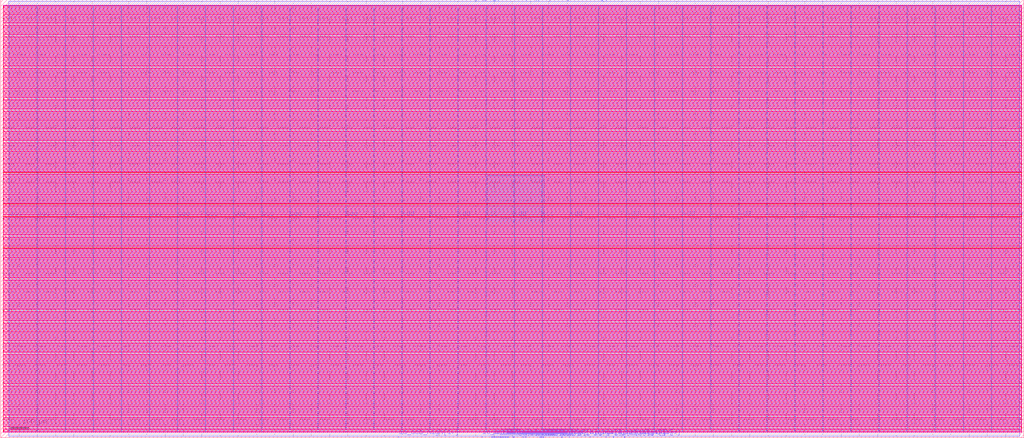
<source format=lef>
VERSION 5.7 ;
  NOWIREEXTENSIONATPIN ON ;
  DIVIDERCHAR "/" ;
  BUSBITCHARS "[]" ;
MACRO PWMaudio
  CLASS BLOCK ;
  FOREIGN PWMaudio ;
  ORIGIN 0.000 0.000 ;
  SIZE 2800.000 BY 1200.000 ;
  PIN clk
    DIRECTION INPUT ;
    USE SIGNAL ;
    ANTENNAGATEAREA 4.738000 ;
    ANTENNADIFFAREA 0.410400 ;
    PORT
      LAYER Metal2 ;
        RECT 1387.680 0.000 1388.240 4.000 ;
    END
  END clk
  PIN io_adsr_choice[0]
    DIRECTION INPUT ;
    USE SIGNAL ;
    ANTENNAGATEAREA 1.102000 ;
    ANTENNADIFFAREA 0.410400 ;
    PORT
      LAYER Metal2 ;
        RECT 1323.840 1196.000 1324.400 1200.000 ;
    END
  END io_adsr_choice[0]
  PIN io_adsr_choice[1]
    DIRECTION INPUT ;
    USE SIGNAL ;
    ANTENNAGATEAREA 1.183000 ;
    ANTENNADIFFAREA 0.410400 ;
    PORT
      LAYER Metal2 ;
        RECT 1327.200 1196.000 1327.760 1200.000 ;
    END
  END io_adsr_choice[1]
  PIN io_adsr_choice[2]
    DIRECTION INPUT ;
    USE SIGNAL ;
    ANTENNAGATEAREA 1.183000 ;
    ANTENNADIFFAREA 0.410400 ;
    PORT
      LAYER Metal2 ;
        RECT 1320.480 1196.000 1321.040 1200.000 ;
    END
  END io_adsr_choice[2]
  PIN io_adsr_switch
    DIRECTION INPUT ;
    USE SIGNAL ;
    ANTENNAGATEAREA 1.102000 ;
    ANTENNADIFFAREA 0.410400 ;
    PORT
      LAYER Metal2 ;
        RECT 1428.000 0.000 1428.560 4.000 ;
    END
  END io_adsr_switch
  PIN io_frequency[0]
    DIRECTION INPUT ;
    USE SIGNAL ;
    ANTENNAGATEAREA 1.102000 ;
    ANTENNADIFFAREA 0.410400 ;
    PORT
      LAYER Metal2 ;
        RECT 1377.600 0.000 1378.160 4.000 ;
    END
  END io_frequency[0]
  PIN io_frequency[10]
    DIRECTION INPUT ;
    USE SIGNAL ;
    ANTENNAGATEAREA 1.102000 ;
    ANTENNADIFFAREA 0.410400 ;
    PORT
      LAYER Metal2 ;
        RECT 1367.520 0.000 1368.080 4.000 ;
    END
  END io_frequency[10]
  PIN io_frequency[11]
    DIRECTION INPUT ;
    USE SIGNAL ;
    ANTENNAGATEAREA 1.102000 ;
    ANTENNADIFFAREA 0.410400 ;
    PORT
      LAYER Metal2 ;
        RECT 1374.240 0.000 1374.800 4.000 ;
    END
  END io_frequency[11]
  PIN io_frequency[1]
    DIRECTION INPUT ;
    USE SIGNAL ;
    ANTENNAGATEAREA 1.102000 ;
    ANTENNADIFFAREA 0.410400 ;
    PORT
      LAYER Metal2 ;
        RECT 1370.880 0.000 1371.440 4.000 ;
    END
  END io_frequency[1]
  PIN io_frequency[2]
    DIRECTION INPUT ;
    USE SIGNAL ;
    ANTENNAGATEAREA 1.102000 ;
    ANTENNADIFFAREA 0.410400 ;
    PORT
      LAYER Metal2 ;
        RECT 1380.960 0.000 1381.520 4.000 ;
    END
  END io_frequency[2]
  PIN io_frequency[3]
    DIRECTION INPUT ;
    USE SIGNAL ;
    ANTENNAGATEAREA 1.183000 ;
    ANTENNADIFFAREA 0.410400 ;
    PORT
      LAYER Metal2 ;
        RECT 1364.160 0.000 1364.720 4.000 ;
    END
  END io_frequency[3]
  PIN io_frequency[4]
    DIRECTION INPUT ;
    USE SIGNAL ;
    ANTENNAGATEAREA 1.102000 ;
    ANTENNADIFFAREA 0.410400 ;
    PORT
      LAYER Metal2 ;
        RECT 1360.800 0.000 1361.360 4.000 ;
    END
  END io_frequency[4]
  PIN io_frequency[5]
    DIRECTION INPUT ;
    USE SIGNAL ;
    ANTENNAGATEAREA 1.102000 ;
    ANTENNADIFFAREA 0.410400 ;
    PORT
      LAYER Metal2 ;
        RECT 1350.720 0.000 1351.280 4.000 ;
    END
  END io_frequency[5]
  PIN io_frequency[6]
    DIRECTION INPUT ;
    USE SIGNAL ;
    ANTENNAGATEAREA 1.183000 ;
    ANTENNADIFFAREA 0.410400 ;
    PORT
      LAYER Metal2 ;
        RECT 1357.440 0.000 1358.000 4.000 ;
    END
  END io_frequency[6]
  PIN io_frequency[7]
    DIRECTION INPUT ;
    USE SIGNAL ;
    ANTENNAGATEAREA 1.102000 ;
    ANTENNADIFFAREA 0.410400 ;
    PORT
      LAYER Metal2 ;
        RECT 1344.000 0.000 1344.560 4.000 ;
    END
  END io_frequency[7]
  PIN io_frequency[8]
    DIRECTION INPUT ;
    USE SIGNAL ;
    ANTENNAGATEAREA 1.102000 ;
    ANTENNADIFFAREA 0.410400 ;
    PORT
      LAYER Metal2 ;
        RECT 1347.360 0.000 1347.920 4.000 ;
    END
  END io_frequency[8]
  PIN io_frequency[9]
    DIRECTION INPUT ;
    USE SIGNAL ;
    ANTENNAGATEAREA 1.102000 ;
    ANTENNADIFFAREA 0.410400 ;
    PORT
      LAYER Metal2 ;
        RECT 1354.080 0.000 1354.640 4.000 ;
    END
  END io_frequency[9]
  PIN io_loop
    DIRECTION INPUT ;
    USE SIGNAL ;
    ANTENNAGATEAREA 1.102000 ;
    ANTENNADIFFAREA 0.410400 ;
    PORT
      LAYER Metal2 ;
        RECT 1481.760 0.000 1482.320 4.000 ;
    END
  END io_loop
  PIN io_note_length[0]
    DIRECTION INPUT ;
    USE SIGNAL ;
    ANTENNAGATEAREA 1.183000 ;
    ANTENNADIFFAREA 0.410400 ;
    PORT
      LAYER Metal2 ;
        RECT 1300.320 1196.000 1300.880 1200.000 ;
    END
  END io_note_length[0]
  PIN io_note_length[1]
    DIRECTION INPUT ;
    USE SIGNAL ;
    ANTENNAGATEAREA 1.102000 ;
    ANTENNADIFFAREA 0.410400 ;
    PORT
      LAYER Metal2 ;
        RECT 1347.360 1196.000 1347.920 1200.000 ;
    END
  END io_note_length[1]
  PIN io_note_length[2]
    DIRECTION INPUT ;
    USE SIGNAL ;
    ANTENNAGATEAREA 1.102000 ;
    ANTENNADIFFAREA 0.410400 ;
    PORT
      LAYER Metal2 ;
        RECT 1360.800 1196.000 1361.360 1200.000 ;
    END
  END io_note_length[2]
  PIN io_oeb_high[0]
    DIRECTION OUTPUT TRISTATE ;
    USE SIGNAL ;
    ANTENNADIFFAREA 0.536800 ;
    PORT
      LAYER Metal2 ;
        RECT 1706.880 0.000 1707.440 4.000 ;
    END
  END io_oeb_high[0]
  PIN io_oeb_high[10]
    DIRECTION OUTPUT TRISTATE ;
    USE SIGNAL ;
    ANTENNADIFFAREA 0.536800 ;
    PORT
      LAYER Metal2 ;
        RECT 1438.080 0.000 1438.640 4.000 ;
    END
  END io_oeb_high[10]
  PIN io_oeb_high[11]
    DIRECTION OUTPUT TRISTATE ;
    USE SIGNAL ;
    ANTENNADIFFAREA 0.536800 ;
    PORT
      LAYER Metal2 ;
        RECT 1612.800 0.000 1613.360 4.000 ;
    END
  END io_oeb_high[11]
  PIN io_oeb_high[12]
    DIRECTION OUTPUT TRISTATE ;
    USE SIGNAL ;
    ANTENNADIFFAREA 0.536800 ;
    PORT
      LAYER Metal2 ;
        RECT 1535.520 0.000 1536.080 4.000 ;
    END
  END io_oeb_high[12]
  PIN io_oeb_high[13]
    DIRECTION OUTPUT TRISTATE ;
    USE SIGNAL ;
    ANTENNADIFFAREA 0.536800 ;
    PORT
      LAYER Metal2 ;
        RECT 1552.320 1196.000 1552.880 1200.000 ;
    END
  END io_oeb_high[13]
  PIN io_oeb_high[14]
    DIRECTION OUTPUT TRISTATE ;
    USE SIGNAL ;
    ANTENNADIFFAREA 0.536800 ;
    PORT
      LAYER Metal2 ;
        RECT 1656.480 0.000 1657.040 4.000 ;
    END
  END io_oeb_high[14]
  PIN io_oeb_high[15]
    DIRECTION OUTPUT TRISTATE ;
    USE SIGNAL ;
    ANTENNADIFFAREA 0.536800 ;
    PORT
      LAYER Metal2 ;
        RECT 1643.040 1196.000 1643.600 1200.000 ;
    END
  END io_oeb_high[15]
  PIN io_oeb_high[16]
    DIRECTION OUTPUT TRISTATE ;
    USE SIGNAL ;
    ANTENNADIFFAREA 0.536800 ;
    PORT
      LAYER Metal2 ;
        RECT 1656.480 1196.000 1657.040 1200.000 ;
    END
  END io_oeb_high[16]
  PIN io_oeb_high[17]
    DIRECTION OUTPUT TRISTATE ;
    USE SIGNAL ;
    ANTENNADIFFAREA 0.536800 ;
    PORT
      LAYER Metal2 ;
        RECT 1088.640 0.000 1089.200 4.000 ;
    END
  END io_oeb_high[17]
  PIN io_oeb_high[18]
    DIRECTION OUTPUT TRISTATE ;
    USE SIGNAL ;
    ANTENNADIFFAREA 0.536800 ;
    PORT
      LAYER Metal2 ;
        RECT 1676.640 0.000 1677.200 4.000 ;
    END
  END io_oeb_high[18]
  PIN io_oeb_high[19]
    DIRECTION OUTPUT TRISTATE ;
    USE SIGNAL ;
    ANTENNADIFFAREA 0.536800 ;
    PORT
      LAYER Metal2 ;
        RECT 1464.960 1196.000 1465.520 1200.000 ;
    END
  END io_oeb_high[19]
  PIN io_oeb_high[1]
    DIRECTION OUTPUT TRISTATE ;
    USE SIGNAL ;
    ANTENNADIFFAREA 0.536800 ;
    PORT
      LAYER Metal2 ;
        RECT 1646.400 1196.000 1646.960 1200.000 ;
    END
  END io_oeb_high[1]
  PIN io_oeb_high[20]
    DIRECTION OUTPUT TRISTATE ;
    USE SIGNAL ;
    ANTENNADIFFAREA 0.536800 ;
    PORT
      LAYER Metal2 ;
        RECT 1438.080 1196.000 1438.640 1200.000 ;
    END
  END io_oeb_high[20]
  PIN io_oeb_high[2]
    DIRECTION OUTPUT TRISTATE ;
    USE SIGNAL ;
    ANTENNADIFFAREA 0.536800 ;
    PORT
      LAYER Metal2 ;
        RECT 1478.400 0.000 1478.960 4.000 ;
    END
  END io_oeb_high[2]
  PIN io_oeb_high[3]
    DIRECTION OUTPUT TRISTATE ;
    USE SIGNAL ;
    ANTENNADIFFAREA 0.536800 ;
    PORT
      LAYER Metal2 ;
        RECT 1404.480 0.000 1405.040 4.000 ;
    END
  END io_oeb_high[3]
  PIN io_oeb_high[4]
    DIRECTION OUTPUT TRISTATE ;
    USE SIGNAL ;
    ANTENNADIFFAREA 0.536800 ;
    PORT
      LAYER Metal2 ;
        RECT 1471.680 1196.000 1472.240 1200.000 ;
    END
  END io_oeb_high[4]
  PIN io_oeb_high[5]
    DIRECTION OUTPUT TRISTATE ;
    USE SIGNAL ;
    ANTENNADIFFAREA 0.536800 ;
    PORT
      LAYER Metal2 ;
        RECT 1317.120 0.000 1317.680 4.000 ;
    END
  END io_oeb_high[5]
  PIN io_oeb_high[6]
    DIRECTION OUTPUT TRISTATE ;
    USE SIGNAL ;
    ANTENNADIFFAREA 0.536800 ;
    PORT
      LAYER Metal2 ;
        RECT 1384.320 0.000 1384.880 4.000 ;
    END
  END io_oeb_high[6]
  PIN io_oeb_high[7]
    DIRECTION OUTPUT TRISTATE ;
    USE SIGNAL ;
    ANTENNADIFFAREA 0.536800 ;
    PORT
      LAYER Metal2 ;
        RECT 1501.920 1196.000 1502.480 1200.000 ;
    END
  END io_oeb_high[7]
  PIN io_oeb_high[8]
    DIRECTION OUTPUT TRISTATE ;
    USE SIGNAL ;
    ANTENNADIFFAREA 0.536800 ;
    PORT
      LAYER Metal2 ;
        RECT 1431.360 0.000 1431.920 4.000 ;
    END
  END io_oeb_high[8]
  PIN io_oeb_high[9]
    DIRECTION OUTPUT TRISTATE ;
    USE SIGNAL ;
    ANTENNADIFFAREA 0.536800 ;
    PORT
      LAYER Metal2 ;
        RECT 1555.680 0.000 1556.240 4.000 ;
    END
  END io_oeb_high[9]
  PIN io_oeb_low[0]
    DIRECTION OUTPUT TRISTATE ;
    USE SIGNAL ;
    ANTENNADIFFAREA 0.360800 ;
    PORT
      LAYER Metal2 ;
        RECT 1354.080 1196.000 1354.640 1200.000 ;
    END
  END io_oeb_low[0]
  PIN io_oeb_low[1]
    DIRECTION OUTPUT TRISTATE ;
    USE SIGNAL ;
    ANTENNADIFFAREA 0.360800 ;
    PORT
      LAYER Metal2 ;
        RECT 1350.720 1196.000 1351.280 1200.000 ;
    END
  END io_oeb_low[1]
  PIN io_pwm_1
    DIRECTION OUTPUT TRISTATE ;
    USE SIGNAL ;
    ANTENNADIFFAREA 2.080400 ;
    PORT
      LAYER Metal2 ;
        RECT 1434.720 0.000 1435.280 4.000 ;
    END
  END io_pwm_1
  PIN io_pwm_2
    DIRECTION OUTPUT TRISTATE ;
    USE SIGNAL ;
    ANTENNADIFFAREA 2.080400 ;
    PORT
      LAYER Metal2 ;
        RECT 1475.040 0.000 1475.600 4.000 ;
    END
  END io_pwm_2
  PIN io_trigger
    DIRECTION INPUT ;
    USE SIGNAL ;
    ANTENNAGATEAREA 1.102000 ;
    ANTENNADIFFAREA 0.410400 ;
    PORT
      LAYER Metal2 ;
        RECT 1485.120 0.000 1485.680 4.000 ;
    END
  END io_trigger
  PIN reset
    DIRECTION INPUT ;
    USE SIGNAL ;
    ANTENNAGATEAREA 1.102000 ;
    ANTENNADIFFAREA 0.410400 ;
    PORT
      LAYER Metal2 ;
        RECT 1401.120 0.000 1401.680 4.000 ;
    END
  END reset
  PIN vdd
    DIRECTION INOUT ;
    USE POWER ;
    PORT
      LAYER Metal4 ;
        RECT 22.240 15.380 23.840 1184.140 ;
    END
    PORT
      LAYER Metal4 ;
        RECT 175.840 15.380 177.440 1184.140 ;
    END
    PORT
      LAYER Metal4 ;
        RECT 329.440 15.380 331.040 1184.140 ;
    END
    PORT
      LAYER Metal4 ;
        RECT 483.040 15.380 484.640 1184.140 ;
    END
    PORT
      LAYER Metal4 ;
        RECT 636.640 15.380 638.240 1184.140 ;
    END
    PORT
      LAYER Metal4 ;
        RECT 790.240 15.380 791.840 1184.140 ;
    END
    PORT
      LAYER Metal4 ;
        RECT 943.840 15.380 945.440 1184.140 ;
    END
    PORT
      LAYER Metal4 ;
        RECT 1097.440 15.380 1099.040 1184.140 ;
    END
    PORT
      LAYER Metal4 ;
        RECT 1251.040 15.380 1252.640 1184.140 ;
    END
    PORT
      LAYER Metal4 ;
        RECT 1404.640 15.380 1406.240 1184.140 ;
    END
    PORT
      LAYER Metal4 ;
        RECT 1558.240 15.380 1559.840 1184.140 ;
    END
    PORT
      LAYER Metal4 ;
        RECT 1711.840 15.380 1713.440 1184.140 ;
    END
    PORT
      LAYER Metal4 ;
        RECT 1865.440 15.380 1867.040 1184.140 ;
    END
    PORT
      LAYER Metal4 ;
        RECT 2019.040 15.380 2020.640 1184.140 ;
    END
    PORT
      LAYER Metal4 ;
        RECT 2172.640 15.380 2174.240 1184.140 ;
    END
    PORT
      LAYER Metal4 ;
        RECT 2326.240 15.380 2327.840 1184.140 ;
    END
    PORT
      LAYER Metal4 ;
        RECT 2479.840 15.380 2481.440 1184.140 ;
    END
    PORT
      LAYER Metal4 ;
        RECT 2633.440 15.380 2635.040 1184.140 ;
    END
    PORT
      LAYER Metal4 ;
        RECT 2787.040 15.380 2788.640 1184.140 ;
    END
  END vdd
  PIN vss
    DIRECTION INOUT ;
    USE GROUND ;
    PORT
      LAYER Metal4 ;
        RECT 99.040 15.380 100.640 1184.140 ;
    END
    PORT
      LAYER Metal4 ;
        RECT 252.640 15.380 254.240 1184.140 ;
    END
    PORT
      LAYER Metal4 ;
        RECT 406.240 15.380 407.840 1184.140 ;
    END
    PORT
      LAYER Metal4 ;
        RECT 559.840 15.380 561.440 1184.140 ;
    END
    PORT
      LAYER Metal4 ;
        RECT 713.440 15.380 715.040 1184.140 ;
    END
    PORT
      LAYER Metal4 ;
        RECT 867.040 15.380 868.640 1184.140 ;
    END
    PORT
      LAYER Metal4 ;
        RECT 1020.640 15.380 1022.240 1184.140 ;
    END
    PORT
      LAYER Metal4 ;
        RECT 1174.240 15.380 1175.840 1184.140 ;
    END
    PORT
      LAYER Metal4 ;
        RECT 1327.840 15.380 1329.440 1184.140 ;
    END
    PORT
      LAYER Metal4 ;
        RECT 1481.440 15.380 1483.040 1184.140 ;
    END
    PORT
      LAYER Metal4 ;
        RECT 1635.040 15.380 1636.640 1184.140 ;
    END
    PORT
      LAYER Metal4 ;
        RECT 1788.640 15.380 1790.240 1184.140 ;
    END
    PORT
      LAYER Metal4 ;
        RECT 1942.240 15.380 1943.840 1184.140 ;
    END
    PORT
      LAYER Metal4 ;
        RECT 2095.840 15.380 2097.440 1184.140 ;
    END
    PORT
      LAYER Metal4 ;
        RECT 2249.440 15.380 2251.040 1184.140 ;
    END
    PORT
      LAYER Metal4 ;
        RECT 2403.040 15.380 2404.640 1184.140 ;
    END
    PORT
      LAYER Metal4 ;
        RECT 2556.640 15.380 2558.240 1184.140 ;
    END
    PORT
      LAYER Metal4 ;
        RECT 2710.240 15.380 2711.840 1184.140 ;
    END
  END vss
  OBS
      LAYER Pwell ;
        RECT 6.290 1182.080 2793.710 1184.270 ;
      LAYER Nwell ;
        RECT 6.290 1177.760 2793.710 1182.080 ;
      LAYER Pwell ;
        RECT 6.290 1174.240 2793.710 1177.760 ;
      LAYER Nwell ;
        RECT 6.290 1169.920 2793.710 1174.240 ;
      LAYER Pwell ;
        RECT 6.290 1166.400 2793.710 1169.920 ;
      LAYER Nwell ;
        RECT 6.290 1162.080 2793.710 1166.400 ;
      LAYER Pwell ;
        RECT 6.290 1158.560 2793.710 1162.080 ;
      LAYER Nwell ;
        RECT 6.290 1154.240 2793.710 1158.560 ;
      LAYER Pwell ;
        RECT 6.290 1150.720 2793.710 1154.240 ;
      LAYER Nwell ;
        RECT 6.290 1146.400 2793.710 1150.720 ;
      LAYER Pwell ;
        RECT 6.290 1142.880 2793.710 1146.400 ;
      LAYER Nwell ;
        RECT 6.290 1138.560 2793.710 1142.880 ;
      LAYER Pwell ;
        RECT 6.290 1135.040 2793.710 1138.560 ;
      LAYER Nwell ;
        RECT 6.290 1130.720 2793.710 1135.040 ;
      LAYER Pwell ;
        RECT 6.290 1127.200 2793.710 1130.720 ;
      LAYER Nwell ;
        RECT 6.290 1122.880 2793.710 1127.200 ;
      LAYER Pwell ;
        RECT 6.290 1119.360 2793.710 1122.880 ;
      LAYER Nwell ;
        RECT 6.290 1115.040 2793.710 1119.360 ;
      LAYER Pwell ;
        RECT 6.290 1111.520 2793.710 1115.040 ;
      LAYER Nwell ;
        RECT 6.290 1107.200 2793.710 1111.520 ;
      LAYER Pwell ;
        RECT 6.290 1103.680 2793.710 1107.200 ;
      LAYER Nwell ;
        RECT 6.290 1099.360 2793.710 1103.680 ;
      LAYER Pwell ;
        RECT 6.290 1095.840 2793.710 1099.360 ;
      LAYER Nwell ;
        RECT 6.290 1091.520 2793.710 1095.840 ;
      LAYER Pwell ;
        RECT 6.290 1088.000 2793.710 1091.520 ;
      LAYER Nwell ;
        RECT 6.290 1083.680 2793.710 1088.000 ;
      LAYER Pwell ;
        RECT 6.290 1080.160 2793.710 1083.680 ;
      LAYER Nwell ;
        RECT 6.290 1075.840 2793.710 1080.160 ;
      LAYER Pwell ;
        RECT 6.290 1072.320 2793.710 1075.840 ;
      LAYER Nwell ;
        RECT 6.290 1068.000 2793.710 1072.320 ;
      LAYER Pwell ;
        RECT 6.290 1064.480 2793.710 1068.000 ;
      LAYER Nwell ;
        RECT 6.290 1060.160 2793.710 1064.480 ;
      LAYER Pwell ;
        RECT 6.290 1056.640 2793.710 1060.160 ;
      LAYER Nwell ;
        RECT 6.290 1052.320 2793.710 1056.640 ;
      LAYER Pwell ;
        RECT 6.290 1048.800 2793.710 1052.320 ;
      LAYER Nwell ;
        RECT 6.290 1044.480 2793.710 1048.800 ;
      LAYER Pwell ;
        RECT 6.290 1040.960 2793.710 1044.480 ;
      LAYER Nwell ;
        RECT 6.290 1036.640 2793.710 1040.960 ;
      LAYER Pwell ;
        RECT 6.290 1033.120 2793.710 1036.640 ;
      LAYER Nwell ;
        RECT 6.290 1028.800 2793.710 1033.120 ;
      LAYER Pwell ;
        RECT 6.290 1025.280 2793.710 1028.800 ;
      LAYER Nwell ;
        RECT 6.290 1020.960 2793.710 1025.280 ;
      LAYER Pwell ;
        RECT 6.290 1017.440 2793.710 1020.960 ;
      LAYER Nwell ;
        RECT 6.290 1013.120 2793.710 1017.440 ;
      LAYER Pwell ;
        RECT 6.290 1009.600 2793.710 1013.120 ;
      LAYER Nwell ;
        RECT 6.290 1005.280 2793.710 1009.600 ;
      LAYER Pwell ;
        RECT 6.290 1001.760 2793.710 1005.280 ;
      LAYER Nwell ;
        RECT 6.290 997.440 2793.710 1001.760 ;
      LAYER Pwell ;
        RECT 6.290 993.920 2793.710 997.440 ;
      LAYER Nwell ;
        RECT 6.290 989.600 2793.710 993.920 ;
      LAYER Pwell ;
        RECT 6.290 986.080 2793.710 989.600 ;
      LAYER Nwell ;
        RECT 6.290 981.760 2793.710 986.080 ;
      LAYER Pwell ;
        RECT 6.290 978.240 2793.710 981.760 ;
      LAYER Nwell ;
        RECT 6.290 973.920 2793.710 978.240 ;
      LAYER Pwell ;
        RECT 6.290 970.400 2793.710 973.920 ;
      LAYER Nwell ;
        RECT 6.290 966.080 2793.710 970.400 ;
      LAYER Pwell ;
        RECT 6.290 962.560 2793.710 966.080 ;
      LAYER Nwell ;
        RECT 6.290 958.240 2793.710 962.560 ;
      LAYER Pwell ;
        RECT 6.290 954.720 2793.710 958.240 ;
      LAYER Nwell ;
        RECT 6.290 950.400 2793.710 954.720 ;
      LAYER Pwell ;
        RECT 6.290 946.880 2793.710 950.400 ;
      LAYER Nwell ;
        RECT 6.290 942.560 2793.710 946.880 ;
      LAYER Pwell ;
        RECT 6.290 939.040 2793.710 942.560 ;
      LAYER Nwell ;
        RECT 6.290 934.720 2793.710 939.040 ;
      LAYER Pwell ;
        RECT 6.290 931.200 2793.710 934.720 ;
      LAYER Nwell ;
        RECT 6.290 926.880 2793.710 931.200 ;
      LAYER Pwell ;
        RECT 6.290 923.360 2793.710 926.880 ;
      LAYER Nwell ;
        RECT 6.290 919.040 2793.710 923.360 ;
      LAYER Pwell ;
        RECT 6.290 915.520 2793.710 919.040 ;
      LAYER Nwell ;
        RECT 6.290 911.200 2793.710 915.520 ;
      LAYER Pwell ;
        RECT 6.290 907.680 2793.710 911.200 ;
      LAYER Nwell ;
        RECT 6.290 903.360 2793.710 907.680 ;
      LAYER Pwell ;
        RECT 6.290 899.840 2793.710 903.360 ;
      LAYER Nwell ;
        RECT 6.290 895.520 2793.710 899.840 ;
      LAYER Pwell ;
        RECT 6.290 892.000 2793.710 895.520 ;
      LAYER Nwell ;
        RECT 6.290 887.680 2793.710 892.000 ;
      LAYER Pwell ;
        RECT 6.290 884.160 2793.710 887.680 ;
      LAYER Nwell ;
        RECT 6.290 879.840 2793.710 884.160 ;
      LAYER Pwell ;
        RECT 6.290 876.320 2793.710 879.840 ;
      LAYER Nwell ;
        RECT 6.290 872.000 2793.710 876.320 ;
      LAYER Pwell ;
        RECT 6.290 868.480 2793.710 872.000 ;
      LAYER Nwell ;
        RECT 6.290 864.160 2793.710 868.480 ;
      LAYER Pwell ;
        RECT 6.290 860.640 2793.710 864.160 ;
      LAYER Nwell ;
        RECT 6.290 856.320 2793.710 860.640 ;
      LAYER Pwell ;
        RECT 6.290 852.800 2793.710 856.320 ;
      LAYER Nwell ;
        RECT 6.290 848.480 2793.710 852.800 ;
      LAYER Pwell ;
        RECT 6.290 844.960 2793.710 848.480 ;
      LAYER Nwell ;
        RECT 6.290 840.640 2793.710 844.960 ;
      LAYER Pwell ;
        RECT 6.290 837.120 2793.710 840.640 ;
      LAYER Nwell ;
        RECT 6.290 832.800 2793.710 837.120 ;
      LAYER Pwell ;
        RECT 6.290 829.280 2793.710 832.800 ;
      LAYER Nwell ;
        RECT 6.290 824.960 2793.710 829.280 ;
      LAYER Pwell ;
        RECT 6.290 821.440 2793.710 824.960 ;
      LAYER Nwell ;
        RECT 6.290 817.120 2793.710 821.440 ;
      LAYER Pwell ;
        RECT 6.290 813.600 2793.710 817.120 ;
      LAYER Nwell ;
        RECT 6.290 809.280 2793.710 813.600 ;
      LAYER Pwell ;
        RECT 6.290 805.760 2793.710 809.280 ;
      LAYER Nwell ;
        RECT 6.290 801.440 2793.710 805.760 ;
      LAYER Pwell ;
        RECT 6.290 797.920 2793.710 801.440 ;
      LAYER Nwell ;
        RECT 6.290 793.600 2793.710 797.920 ;
      LAYER Pwell ;
        RECT 6.290 790.080 2793.710 793.600 ;
      LAYER Nwell ;
        RECT 6.290 785.760 2793.710 790.080 ;
      LAYER Pwell ;
        RECT 6.290 782.240 2793.710 785.760 ;
      LAYER Nwell ;
        RECT 6.290 777.920 2793.710 782.240 ;
      LAYER Pwell ;
        RECT 6.290 774.400 2793.710 777.920 ;
      LAYER Nwell ;
        RECT 6.290 770.080 2793.710 774.400 ;
      LAYER Pwell ;
        RECT 6.290 766.560 2793.710 770.080 ;
      LAYER Nwell ;
        RECT 6.290 762.240 2793.710 766.560 ;
      LAYER Pwell ;
        RECT 6.290 758.720 2793.710 762.240 ;
      LAYER Nwell ;
        RECT 6.290 754.400 2793.710 758.720 ;
      LAYER Pwell ;
        RECT 6.290 750.880 2793.710 754.400 ;
      LAYER Nwell ;
        RECT 6.290 746.560 2793.710 750.880 ;
      LAYER Pwell ;
        RECT 6.290 743.040 2793.710 746.560 ;
      LAYER Nwell ;
        RECT 6.290 738.845 2793.710 743.040 ;
        RECT 6.290 738.720 1393.430 738.845 ;
      LAYER Pwell ;
        RECT 6.290 735.200 2793.710 738.720 ;
      LAYER Nwell ;
        RECT 6.290 735.075 1350.625 735.200 ;
        RECT 6.290 731.005 2793.710 735.075 ;
        RECT 6.290 730.880 1324.305 731.005 ;
      LAYER Pwell ;
        RECT 6.290 727.360 2793.710 730.880 ;
      LAYER Nwell ;
        RECT 6.290 727.235 1363.750 727.360 ;
        RECT 6.290 723.040 2793.710 727.235 ;
      LAYER Pwell ;
        RECT 6.290 719.520 2793.710 723.040 ;
      LAYER Nwell ;
        RECT 6.290 719.395 1292.350 719.520 ;
        RECT 6.290 715.325 2793.710 719.395 ;
        RECT 6.290 715.200 1283.435 715.325 ;
      LAYER Pwell ;
        RECT 6.290 711.680 2793.710 715.200 ;
      LAYER Nwell ;
        RECT 6.290 707.360 2793.710 711.680 ;
      LAYER Pwell ;
        RECT 6.290 703.840 2793.710 707.360 ;
      LAYER Nwell ;
        RECT 6.290 703.715 1412.970 703.840 ;
        RECT 6.290 699.645 2793.710 703.715 ;
        RECT 6.290 699.520 1314.785 699.645 ;
      LAYER Pwell ;
        RECT 6.290 696.000 2793.710 699.520 ;
      LAYER Nwell ;
        RECT 6.290 695.875 1269.950 696.000 ;
        RECT 6.290 691.805 2793.710 695.875 ;
        RECT 6.290 691.680 1367.540 691.805 ;
      LAYER Pwell ;
        RECT 6.290 688.160 2793.710 691.680 ;
      LAYER Nwell ;
        RECT 6.290 688.035 1273.030 688.160 ;
        RECT 6.290 683.965 2793.710 688.035 ;
        RECT 6.290 683.840 1273.345 683.965 ;
      LAYER Pwell ;
        RECT 6.290 680.320 2793.710 683.840 ;
      LAYER Nwell ;
        RECT 6.290 680.195 1371.030 680.320 ;
        RECT 6.290 676.125 2793.710 680.195 ;
        RECT 6.290 676.000 1282.975 676.125 ;
      LAYER Pwell ;
        RECT 6.290 672.480 2793.710 676.000 ;
      LAYER Nwell ;
        RECT 6.290 672.355 1303.035 672.480 ;
        RECT 6.290 668.285 2793.710 672.355 ;
        RECT 6.290 668.160 1463.145 668.285 ;
      LAYER Pwell ;
        RECT 6.290 664.640 2793.710 668.160 ;
      LAYER Nwell ;
        RECT 6.290 664.515 1275.830 664.640 ;
        RECT 6.290 660.455 2793.710 664.515 ;
        RECT 6.290 660.445 1491.920 660.455 ;
        RECT 6.290 660.320 1304.390 660.445 ;
      LAYER Pwell ;
        RECT 6.290 656.800 2793.710 660.320 ;
      LAYER Nwell ;
        RECT 6.290 656.675 1291.510 656.800 ;
        RECT 6.290 652.615 2793.710 656.675 ;
        RECT 6.290 652.605 1491.920 652.615 ;
        RECT 6.290 652.480 1417.925 652.605 ;
      LAYER Pwell ;
        RECT 6.290 648.960 2793.710 652.480 ;
      LAYER Nwell ;
        RECT 6.290 648.835 1385.345 648.960 ;
        RECT 6.290 644.765 2793.710 648.835 ;
        RECT 6.290 644.640 1299.350 644.765 ;
      LAYER Pwell ;
        RECT 6.290 641.120 2793.710 644.640 ;
      LAYER Nwell ;
        RECT 6.290 640.995 1297.110 641.120 ;
        RECT 6.290 636.935 2793.710 640.995 ;
        RECT 6.290 636.925 1498.080 636.935 ;
        RECT 6.290 636.800 1369.115 636.925 ;
      LAYER Pwell ;
        RECT 6.290 633.280 2793.710 636.800 ;
      LAYER Nwell ;
        RECT 6.290 633.155 1317.045 633.280 ;
        RECT 6.290 629.095 2793.710 633.155 ;
        RECT 6.290 628.960 1495.840 629.095 ;
      LAYER Pwell ;
        RECT 6.290 625.440 2793.710 628.960 ;
      LAYER Nwell ;
        RECT 6.290 625.315 1421.235 625.440 ;
        RECT 6.290 621.245 2793.710 625.315 ;
        RECT 6.290 621.120 1423.555 621.245 ;
      LAYER Pwell ;
        RECT 6.290 617.600 2793.710 621.120 ;
      LAYER Nwell ;
        RECT 6.290 617.475 1370.185 617.600 ;
        RECT 6.290 613.415 2793.710 617.475 ;
        RECT 6.290 613.405 1496.960 613.415 ;
        RECT 6.290 613.280 1378.870 613.405 ;
      LAYER Pwell ;
        RECT 6.290 609.760 2793.710 613.280 ;
      LAYER Nwell ;
        RECT 6.290 609.625 1323.360 609.760 ;
        RECT 6.290 605.575 2793.710 609.625 ;
        RECT 6.290 605.440 1410.160 605.575 ;
      LAYER Pwell ;
        RECT 6.290 601.920 2793.710 605.440 ;
      LAYER Nwell ;
        RECT 6.290 601.785 1320.000 601.920 ;
        RECT 6.290 597.600 2793.710 601.785 ;
      LAYER Pwell ;
        RECT 6.290 594.080 2793.710 597.600 ;
      LAYER Nwell ;
        RECT 6.290 593.945 1322.240 594.080 ;
        RECT 6.290 589.895 2793.710 593.945 ;
        RECT 6.290 589.760 1386.640 589.895 ;
      LAYER Pwell ;
        RECT 6.290 586.240 2793.710 589.760 ;
      LAYER Nwell ;
        RECT 6.290 586.105 1428.640 586.240 ;
        RECT 6.290 582.055 2793.710 586.105 ;
        RECT 6.290 581.920 1342.400 582.055 ;
      LAYER Pwell ;
        RECT 6.290 578.400 2793.710 581.920 ;
      LAYER Nwell ;
        RECT 6.290 578.265 1358.080 578.400 ;
        RECT 6.290 574.215 2793.710 578.265 ;
        RECT 6.290 574.080 1419.120 574.215 ;
      LAYER Pwell ;
        RECT 6.290 570.560 2793.710 574.080 ;
      LAYER Nwell ;
        RECT 6.290 570.425 1360.880 570.560 ;
        RECT 6.290 566.365 2793.710 570.425 ;
        RECT 6.290 566.240 1483.445 566.365 ;
      LAYER Pwell ;
        RECT 6.290 562.720 2793.710 566.240 ;
      LAYER Nwell ;
        RECT 6.290 562.585 1369.280 562.720 ;
        RECT 6.290 558.535 2793.710 562.585 ;
        RECT 6.290 558.400 1497.520 558.535 ;
      LAYER Pwell ;
        RECT 6.290 554.880 2793.710 558.400 ;
      LAYER Nwell ;
        RECT 6.290 550.695 2793.710 554.880 ;
        RECT 6.290 550.560 1414.080 550.695 ;
      LAYER Pwell ;
        RECT 6.290 547.040 2793.710 550.560 ;
      LAYER Nwell ;
        RECT 6.290 546.905 1367.040 547.040 ;
        RECT 6.290 542.855 2793.710 546.905 ;
        RECT 6.290 542.720 1369.840 542.855 ;
      LAYER Pwell ;
        RECT 6.290 539.200 2793.710 542.720 ;
      LAYER Nwell ;
        RECT 6.290 539.065 1397.280 539.200 ;
        RECT 6.290 535.015 2793.710 539.065 ;
        RECT 6.290 534.880 1419.120 535.015 ;
      LAYER Pwell ;
        RECT 6.290 531.360 2793.710 534.880 ;
      LAYER Nwell ;
        RECT 6.290 527.175 2793.710 531.360 ;
        RECT 6.290 527.040 1383.280 527.175 ;
      LAYER Pwell ;
        RECT 6.290 523.520 2793.710 527.040 ;
      LAYER Nwell ;
        RECT 6.290 519.335 2793.710 523.520 ;
        RECT 6.290 519.325 1506.480 519.335 ;
        RECT 6.290 519.200 1411.630 519.325 ;
      LAYER Pwell ;
        RECT 6.290 515.680 2793.710 519.200 ;
      LAYER Nwell ;
        RECT 6.290 515.545 1355.280 515.680 ;
        RECT 6.290 511.495 2793.710 515.545 ;
        RECT 6.290 511.360 1349.120 511.495 ;
      LAYER Pwell ;
        RECT 6.290 507.840 2793.710 511.360 ;
      LAYER Nwell ;
        RECT 6.290 507.705 1401.760 507.840 ;
        RECT 6.290 503.655 2793.710 507.705 ;
        RECT 6.290 503.520 1327.565 503.655 ;
      LAYER Pwell ;
        RECT 6.290 500.000 2793.710 503.520 ;
      LAYER Nwell ;
        RECT 6.290 499.875 1425.070 500.000 ;
        RECT 6.290 499.865 1479.040 499.875 ;
        RECT 6.290 495.815 2793.710 499.865 ;
        RECT 6.290 495.805 1418.560 495.815 ;
        RECT 6.290 495.680 1367.390 495.805 ;
      LAYER Pwell ;
        RECT 6.290 492.160 2793.710 495.680 ;
      LAYER Nwell ;
        RECT 6.290 492.025 1447.680 492.160 ;
        RECT 6.290 487.975 2793.710 492.025 ;
        RECT 6.290 487.840 1416.880 487.975 ;
      LAYER Pwell ;
        RECT 6.290 484.320 2793.710 487.840 ;
      LAYER Nwell ;
        RECT 6.290 484.185 1323.360 484.320 ;
        RECT 6.290 480.135 2793.710 484.185 ;
        RECT 6.290 480.000 1382.720 480.135 ;
      LAYER Pwell ;
        RECT 6.290 476.480 2793.710 480.000 ;
      LAYER Nwell ;
        RECT 6.290 476.345 1323.920 476.480 ;
        RECT 6.290 472.295 2793.710 476.345 ;
        RECT 6.290 472.160 1418.000 472.295 ;
      LAYER Pwell ;
        RECT 6.290 468.640 2793.710 472.160 ;
      LAYER Nwell ;
        RECT 6.290 468.505 1330.080 468.640 ;
        RECT 6.290 464.455 2793.710 468.505 ;
        RECT 6.290 464.320 1487.440 464.455 ;
      LAYER Pwell ;
        RECT 6.290 460.800 2793.710 464.320 ;
      LAYER Nwell ;
        RECT 6.290 460.665 1350.240 460.800 ;
        RECT 6.290 456.480 2793.710 460.665 ;
      LAYER Pwell ;
        RECT 6.290 452.960 2793.710 456.480 ;
      LAYER Nwell ;
        RECT 6.290 452.825 1471.760 452.960 ;
        RECT 6.290 448.775 2793.710 452.825 ;
        RECT 6.290 448.640 1409.040 448.775 ;
      LAYER Pwell ;
        RECT 6.290 445.120 2793.710 448.640 ;
      LAYER Nwell ;
        RECT 6.290 440.800 2793.710 445.120 ;
      LAYER Pwell ;
        RECT 6.290 437.280 2793.710 440.800 ;
      LAYER Nwell ;
        RECT 6.290 432.960 2793.710 437.280 ;
      LAYER Pwell ;
        RECT 6.290 429.440 2793.710 432.960 ;
      LAYER Nwell ;
        RECT 6.290 425.120 2793.710 429.440 ;
      LAYER Pwell ;
        RECT 6.290 421.600 2793.710 425.120 ;
      LAYER Nwell ;
        RECT 6.290 417.280 2793.710 421.600 ;
      LAYER Pwell ;
        RECT 6.290 413.760 2793.710 417.280 ;
      LAYER Nwell ;
        RECT 6.290 409.440 2793.710 413.760 ;
      LAYER Pwell ;
        RECT 6.290 405.920 2793.710 409.440 ;
      LAYER Nwell ;
        RECT 6.290 401.600 2793.710 405.920 ;
      LAYER Pwell ;
        RECT 6.290 398.080 2793.710 401.600 ;
      LAYER Nwell ;
        RECT 6.290 393.760 2793.710 398.080 ;
      LAYER Pwell ;
        RECT 6.290 390.240 2793.710 393.760 ;
      LAYER Nwell ;
        RECT 6.290 385.920 2793.710 390.240 ;
      LAYER Pwell ;
        RECT 6.290 382.400 2793.710 385.920 ;
      LAYER Nwell ;
        RECT 6.290 378.080 2793.710 382.400 ;
      LAYER Pwell ;
        RECT 6.290 374.560 2793.710 378.080 ;
      LAYER Nwell ;
        RECT 6.290 370.240 2793.710 374.560 ;
      LAYER Pwell ;
        RECT 6.290 366.720 2793.710 370.240 ;
      LAYER Nwell ;
        RECT 6.290 362.400 2793.710 366.720 ;
      LAYER Pwell ;
        RECT 6.290 358.880 2793.710 362.400 ;
      LAYER Nwell ;
        RECT 6.290 354.560 2793.710 358.880 ;
      LAYER Pwell ;
        RECT 6.290 351.040 2793.710 354.560 ;
      LAYER Nwell ;
        RECT 6.290 346.720 2793.710 351.040 ;
      LAYER Pwell ;
        RECT 6.290 343.200 2793.710 346.720 ;
      LAYER Nwell ;
        RECT 6.290 338.880 2793.710 343.200 ;
      LAYER Pwell ;
        RECT 6.290 335.360 2793.710 338.880 ;
      LAYER Nwell ;
        RECT 6.290 331.040 2793.710 335.360 ;
      LAYER Pwell ;
        RECT 6.290 327.520 2793.710 331.040 ;
      LAYER Nwell ;
        RECT 6.290 323.200 2793.710 327.520 ;
      LAYER Pwell ;
        RECT 6.290 319.680 2793.710 323.200 ;
      LAYER Nwell ;
        RECT 6.290 315.360 2793.710 319.680 ;
      LAYER Pwell ;
        RECT 6.290 311.840 2793.710 315.360 ;
      LAYER Nwell ;
        RECT 6.290 307.520 2793.710 311.840 ;
      LAYER Pwell ;
        RECT 6.290 304.000 2793.710 307.520 ;
      LAYER Nwell ;
        RECT 6.290 299.680 2793.710 304.000 ;
      LAYER Pwell ;
        RECT 6.290 296.160 2793.710 299.680 ;
      LAYER Nwell ;
        RECT 6.290 291.840 2793.710 296.160 ;
      LAYER Pwell ;
        RECT 6.290 288.320 2793.710 291.840 ;
      LAYER Nwell ;
        RECT 6.290 284.000 2793.710 288.320 ;
      LAYER Pwell ;
        RECT 6.290 280.480 2793.710 284.000 ;
      LAYER Nwell ;
        RECT 6.290 276.160 2793.710 280.480 ;
      LAYER Pwell ;
        RECT 6.290 272.640 2793.710 276.160 ;
      LAYER Nwell ;
        RECT 6.290 268.320 2793.710 272.640 ;
      LAYER Pwell ;
        RECT 6.290 264.800 2793.710 268.320 ;
      LAYER Nwell ;
        RECT 6.290 260.480 2793.710 264.800 ;
      LAYER Pwell ;
        RECT 6.290 256.960 2793.710 260.480 ;
      LAYER Nwell ;
        RECT 6.290 252.640 2793.710 256.960 ;
      LAYER Pwell ;
        RECT 6.290 249.120 2793.710 252.640 ;
      LAYER Nwell ;
        RECT 6.290 244.800 2793.710 249.120 ;
      LAYER Pwell ;
        RECT 6.290 241.280 2793.710 244.800 ;
      LAYER Nwell ;
        RECT 6.290 236.960 2793.710 241.280 ;
      LAYER Pwell ;
        RECT 6.290 233.440 2793.710 236.960 ;
      LAYER Nwell ;
        RECT 6.290 229.120 2793.710 233.440 ;
      LAYER Pwell ;
        RECT 6.290 225.600 2793.710 229.120 ;
      LAYER Nwell ;
        RECT 6.290 221.280 2793.710 225.600 ;
      LAYER Pwell ;
        RECT 6.290 217.760 2793.710 221.280 ;
      LAYER Nwell ;
        RECT 6.290 213.440 2793.710 217.760 ;
      LAYER Pwell ;
        RECT 6.290 209.920 2793.710 213.440 ;
      LAYER Nwell ;
        RECT 6.290 205.600 2793.710 209.920 ;
      LAYER Pwell ;
        RECT 6.290 202.080 2793.710 205.600 ;
      LAYER Nwell ;
        RECT 6.290 197.760 2793.710 202.080 ;
      LAYER Pwell ;
        RECT 6.290 194.240 2793.710 197.760 ;
      LAYER Nwell ;
        RECT 6.290 189.920 2793.710 194.240 ;
      LAYER Pwell ;
        RECT 6.290 186.400 2793.710 189.920 ;
      LAYER Nwell ;
        RECT 6.290 182.080 2793.710 186.400 ;
      LAYER Pwell ;
        RECT 6.290 178.560 2793.710 182.080 ;
      LAYER Nwell ;
        RECT 6.290 174.240 2793.710 178.560 ;
      LAYER Pwell ;
        RECT 6.290 170.720 2793.710 174.240 ;
      LAYER Nwell ;
        RECT 6.290 166.400 2793.710 170.720 ;
      LAYER Pwell ;
        RECT 6.290 162.880 2793.710 166.400 ;
      LAYER Nwell ;
        RECT 6.290 158.560 2793.710 162.880 ;
      LAYER Pwell ;
        RECT 6.290 155.040 2793.710 158.560 ;
      LAYER Nwell ;
        RECT 6.290 150.720 2793.710 155.040 ;
      LAYER Pwell ;
        RECT 6.290 147.200 2793.710 150.720 ;
      LAYER Nwell ;
        RECT 6.290 142.880 2793.710 147.200 ;
      LAYER Pwell ;
        RECT 6.290 139.360 2793.710 142.880 ;
      LAYER Nwell ;
        RECT 6.290 135.040 2793.710 139.360 ;
      LAYER Pwell ;
        RECT 6.290 131.520 2793.710 135.040 ;
      LAYER Nwell ;
        RECT 6.290 127.200 2793.710 131.520 ;
      LAYER Pwell ;
        RECT 6.290 123.680 2793.710 127.200 ;
      LAYER Nwell ;
        RECT 6.290 119.360 2793.710 123.680 ;
      LAYER Pwell ;
        RECT 6.290 115.840 2793.710 119.360 ;
      LAYER Nwell ;
        RECT 6.290 111.520 2793.710 115.840 ;
      LAYER Pwell ;
        RECT 6.290 108.000 2793.710 111.520 ;
      LAYER Nwell ;
        RECT 6.290 103.680 2793.710 108.000 ;
      LAYER Pwell ;
        RECT 6.290 100.160 2793.710 103.680 ;
      LAYER Nwell ;
        RECT 6.290 95.840 2793.710 100.160 ;
      LAYER Pwell ;
        RECT 6.290 92.320 2793.710 95.840 ;
      LAYER Nwell ;
        RECT 6.290 88.000 2793.710 92.320 ;
      LAYER Pwell ;
        RECT 6.290 84.480 2793.710 88.000 ;
      LAYER Nwell ;
        RECT 6.290 80.160 2793.710 84.480 ;
      LAYER Pwell ;
        RECT 6.290 76.640 2793.710 80.160 ;
      LAYER Nwell ;
        RECT 6.290 72.320 2793.710 76.640 ;
      LAYER Pwell ;
        RECT 6.290 68.800 2793.710 72.320 ;
      LAYER Nwell ;
        RECT 6.290 64.480 2793.710 68.800 ;
      LAYER Pwell ;
        RECT 6.290 60.960 2793.710 64.480 ;
      LAYER Nwell ;
        RECT 6.290 56.640 2793.710 60.960 ;
      LAYER Pwell ;
        RECT 6.290 53.120 2793.710 56.640 ;
      LAYER Nwell ;
        RECT 6.290 48.800 2793.710 53.120 ;
      LAYER Pwell ;
        RECT 6.290 45.280 2793.710 48.800 ;
      LAYER Nwell ;
        RECT 6.290 40.960 2793.710 45.280 ;
      LAYER Pwell ;
        RECT 6.290 37.440 2793.710 40.960 ;
      LAYER Nwell ;
        RECT 6.290 33.120 2793.710 37.440 ;
      LAYER Pwell ;
        RECT 6.290 29.600 2793.710 33.120 ;
      LAYER Nwell ;
        RECT 6.290 25.280 2793.710 29.600 ;
      LAYER Pwell ;
        RECT 6.290 21.760 2793.710 25.280 ;
      LAYER Nwell ;
        RECT 6.290 17.440 2793.710 21.760 ;
      LAYER Pwell ;
        RECT 6.290 15.250 2793.710 17.440 ;
      LAYER Metal1 ;
        RECT 6.720 14.710 2793.280 1184.140 ;
      LAYER Metal2 ;
        RECT 22.380 1195.700 1300.020 1196.000 ;
        RECT 1301.180 1195.700 1320.180 1196.000 ;
        RECT 1321.340 1195.700 1323.540 1196.000 ;
        RECT 1324.700 1195.700 1326.900 1196.000 ;
        RECT 1328.060 1195.700 1347.060 1196.000 ;
        RECT 1348.220 1195.700 1350.420 1196.000 ;
        RECT 1351.580 1195.700 1353.780 1196.000 ;
        RECT 1354.940 1195.700 1360.500 1196.000 ;
        RECT 1361.660 1195.700 1437.780 1196.000 ;
        RECT 1438.940 1195.700 1464.660 1196.000 ;
        RECT 1465.820 1195.700 1471.380 1196.000 ;
        RECT 1472.540 1195.700 1501.620 1196.000 ;
        RECT 1502.780 1195.700 1552.020 1196.000 ;
        RECT 1553.180 1195.700 1642.740 1196.000 ;
        RECT 1643.900 1195.700 1646.100 1196.000 ;
        RECT 1647.260 1195.700 1656.180 1196.000 ;
        RECT 1657.340 1195.700 2788.500 1196.000 ;
        RECT 22.380 4.300 2788.500 1195.700 ;
        RECT 22.380 3.500 1088.340 4.300 ;
        RECT 1089.500 3.500 1316.820 4.300 ;
        RECT 1317.980 3.500 1343.700 4.300 ;
        RECT 1344.860 3.500 1347.060 4.300 ;
        RECT 1348.220 3.500 1350.420 4.300 ;
        RECT 1351.580 3.500 1353.780 4.300 ;
        RECT 1354.940 3.500 1357.140 4.300 ;
        RECT 1358.300 3.500 1360.500 4.300 ;
        RECT 1361.660 3.500 1363.860 4.300 ;
        RECT 1365.020 3.500 1367.220 4.300 ;
        RECT 1368.380 3.500 1370.580 4.300 ;
        RECT 1371.740 3.500 1373.940 4.300 ;
        RECT 1375.100 3.500 1377.300 4.300 ;
        RECT 1378.460 3.500 1380.660 4.300 ;
        RECT 1381.820 3.500 1384.020 4.300 ;
        RECT 1385.180 3.500 1387.380 4.300 ;
        RECT 1388.540 3.500 1400.820 4.300 ;
        RECT 1401.980 3.500 1404.180 4.300 ;
        RECT 1405.340 3.500 1427.700 4.300 ;
        RECT 1428.860 3.500 1431.060 4.300 ;
        RECT 1432.220 3.500 1434.420 4.300 ;
        RECT 1435.580 3.500 1437.780 4.300 ;
        RECT 1438.940 3.500 1474.740 4.300 ;
        RECT 1475.900 3.500 1478.100 4.300 ;
        RECT 1479.260 3.500 1481.460 4.300 ;
        RECT 1482.620 3.500 1484.820 4.300 ;
        RECT 1485.980 3.500 1535.220 4.300 ;
        RECT 1536.380 3.500 1555.380 4.300 ;
        RECT 1556.540 3.500 1612.500 4.300 ;
        RECT 1613.660 3.500 1656.180 4.300 ;
        RECT 1657.340 3.500 1676.340 4.300 ;
        RECT 1677.500 3.500 1706.580 4.300 ;
        RECT 1707.740 3.500 2788.500 4.300 ;
      LAYER Metal3 ;
        RECT 22.330 15.540 2788.550 1183.980 ;
      LAYER Metal4 ;
        RECT 1330.700 589.770 1404.340 718.390 ;
        RECT 1406.540 589.770 1481.140 718.390 ;
        RECT 1483.340 589.770 1486.660 718.390 ;
  END
END PWMaudio
END LIBRARY


</source>
